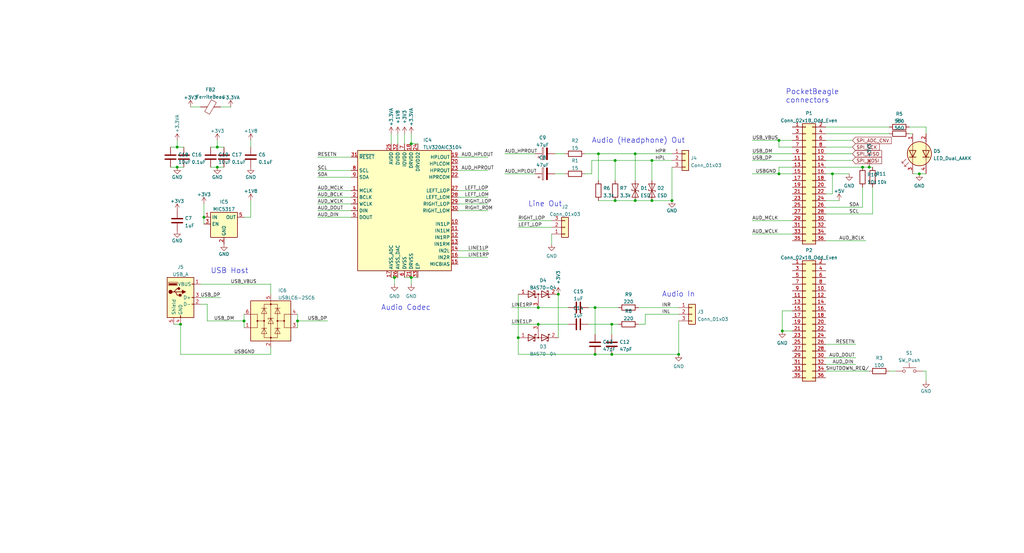
<source format=kicad_sch>
(kicad_sch (version 20211123) (generator eeschema)
  (paper "User" 389.026 210.007)
  (lib_symbols
    (symbol "Bela:MIC5317"
      (property "Reference" "U" (at 0 0 0))
      (property "Value" "MIC5317" (at 0 0 0))
      (symbol "MIC5317_0_1"
        (rectangle (start -5.08 -1.905) (end 5.08 -11.43) (stroke (width 0.254)) (fill (type background)))
      )
      (symbol "MIC5317_1_1"
        (pin power_in line (at -7.62 -3.81 0) (length 2.54) (name "IN") (number "1"))
        (pin power_in line (at 0 -13.97 90) (length 2.54) (name "GND") (number "2"))
        (pin input line (at -7.62 -6.35 0) (length 2.54) (name "EN") (number "3"))
        (pin power_out line (at 7.62 -3.81 180) (length 2.54) (name "OUT") (number "5"))
      )
    )
    (symbol "Bela:TLV320AIC3104"
      (property "Reference" "U" (at 0 0 0))
      (property "Value" "TLV320AIC3104" (at 0 0 0))
      (symbol "TLV320AIC3104_0_1"
        (rectangle (start -17.78 -13.97) (end 17.78 -59.69) (stroke (width 0.254)) (fill (type background)))
      )
      (symbol "TLV320AIC3104_1_1"
        (pin input line (at -20.32 -29.21 0) (length 2.54) (name "MCLK") (number "1"))
        (pin input line (at 20.32 -41.91 180) (length 2.54) (name "IN1LP") (number "10"))
        (pin input line (at 20.32 -44.45 180) (length 2.54) (name "IN1LM") (number "11"))
        (pin input line (at 20.32 -46.99 180) (length 2.54) (name "IN1RP") (number "12"))
        (pin input line (at 20.32 -49.53 180) (length 2.54) (name "IN1RM") (number "13"))
        (pin input line (at 20.32 -52.07 180) (length 2.54) (name "IN2L") (number "14"))
        (pin power_out line (at 20.32 -57.15 180) (length 2.54) (name "MICBIAS") (number "15"))
        (pin input line (at 20.32 -54.61 180) (length 2.54) (name "IN2R") (number "16"))
        (pin power_in line (at -5.08 -62.23 90) (length 2.54) (name "AVSS_ADC") (number "17"))
        (pin power_in line (at 2.54 -11.43 270) (length 2.54) (name "DRVDD") (number "18"))
        (pin output line (at 20.32 -16.51 180) (length 2.54) (name "HPLOUT") (number "19"))
        (pin bidirectional line (at -20.32 -31.75 0) (length 2.54) (name "BCLK") (number "2"))
        (pin output line (at 20.32 -19.05 180) (length 2.54) (name "HPLCOM") (number "20"))
        (pin power_in line (at 2.54 -62.23 90) (length 2.54) (name "DRVSS") (number "21"))
        (pin output line (at 20.32 -24.13 180) (length 2.54) (name "HPRCOM") (number "22"))
        (pin output line (at 20.32 -21.59 180) (length 2.54) (name "HPROUT") (number "23"))
        (pin power_in line (at 5.08 -11.43 270) (length 2.54) (name "DRVDD2") (number "24"))
        (pin power_in line (at -5.08 -11.43 270) (length 2.54) (name "AVDD") (number "25"))
        (pin power_in line (at -2.54 -62.23 90) (length 2.54) (name "AVSS_DAC") (number "26"))
        (pin output line (at 20.32 -29.21 180) (length 2.54) (name "LEFT_LOP") (number "27"))
        (pin output line (at 20.32 -31.75 180) (length 2.54) (name "LEFT_LOM") (number "28"))
        (pin output line (at 20.32 -34.29 180) (length 2.54) (name "RIGHT_LOP") (number "29"))
        (pin bidirectional line (at -20.32 -34.29 0) (length 2.54) (name "WCLK") (number "3"))
        (pin output line (at 20.32 -36.83 180) (length 2.54) (name "RIGHT_LOM") (number "30"))
        (pin input line (at -20.32 -16.51 0) (length 2.54) (name "~{RESET}") (number "31"))
        (pin power_in line (at -2.54 -11.43 270) (length 2.54) (name "DVDD") (number "32"))
        (pin power_in line (at 5.08 -62.23 90) (length 2.54) (name "EP") (number "33"))
        (pin input line (at -20.32 -36.83 0) (length 2.54) (name "DIN") (number "4"))
        (pin output line (at -20.32 -39.37 0) (length 2.54) (name "DOUT") (number "5"))
        (pin power_in line (at 0 -62.23 90) (length 2.54) (name "DVSS") (number "6"))
        (pin power_in line (at 0 -11.43 270) (length 2.54) (name "IOVDD") (number "7"))
        (pin bidirectional line (at -20.32 -21.59 0) (length 2.54) (name "SCL") (number "8"))
        (pin bidirectional line (at -20.32 -24.13 0) (length 2.54) (name "SDA") (number "9"))
      )
    )
    (symbol "Connector:USB_A" (pin_names (offset 1.016))
      (property "Reference" "J" (at -5.08 11.43 0))
      (property "Value" "USB_A" (at -5.08 8.89 0))
      (symbol "USB_A_0_1"
        (rectangle (start -5.08 -7.62) (end 5.08 7.62) (stroke (width 0.254)) (fill (type background)))
        (circle (center -3.81 2.159) (radius 0.635) (stroke (width 0.254)) (fill (type outline)))
        (rectangle (start -1.524 4.826) (end -4.318 5.334) (fill (type outline)))
        (rectangle (start -1.27 4.572) (end -4.572 5.842))
        (circle (center -0.635 3.429) (radius 0.381) (stroke (width 0.254)) (fill (type outline)))
        (rectangle (start -0.127 -7.62) (end 0.127 -6.858))
        (polyline (pts (xy -3.175 2.159) (xy -2.54 2.159) (xy -1.27 3.429) (xy -0.635 3.429)) (stroke (width 0.254)))
        (polyline (pts (xy -2.54 2.159) (xy -1.905 2.159) (xy -1.27 0.889) (xy 0 0.889)) (stroke (width 0.254)))
        (polyline (pts (xy 0.635 2.794) (xy 0.635 1.524) (xy 1.905 2.159) (xy 0.635 2.794)) (stroke (width 0.254)) (fill (type outline)))
        (rectangle (start 0.254 1.27) (end -0.508 0.508) (stroke (width 0.254)) (fill (type outline)))
        (rectangle (start 5.08 -2.667) (end 4.318 -2.413))
        (rectangle (start 5.08 -0.127) (end 4.318 0.127))
        (rectangle (start 5.08 4.953) (end 4.318 5.207))
      )
      (symbol "USB_A_1_1"
        (polyline (pts (xy -1.905 2.159) (xy 0.635 2.159)) (stroke (width 0.254)))
        (pin power_in line (at 7.62 5.08 180) (length 2.54) (name "VBUS") (number "1"))
        (pin bidirectional line (at 7.62 -2.54 180) (length 2.54) (name "D-") (number "2"))
        (pin bidirectional line (at 7.62 0 180) (length 2.54) (name "D+") (number "3"))
        (pin power_in line (at 0 -10.16 90) (length 2.54) (name "GND") (number "4"))
        (pin passive line (at -2.54 -10.16 90) (length 2.54) (name "Shield") (number "5"))
      )
    )
    (symbol "Connector_Generic:Conn_01x03" (pin_names (offset 1.016) hide)
      (property "Reference" "J" (at 0 5.08 0))
      (property "Value" "Conn_01x03" (at 0 -5.08 0))
      (symbol "Conn_01x03_1_1"
        (rectangle (start -1.27 -2.413) (end 0 -2.667) (stroke (width 0.1524)))
        (rectangle (start -1.27 0.127) (end 0 -0.127) (stroke (width 0.1524)))
        (rectangle (start -1.27 2.667) (end 0 2.413) (stroke (width 0.1524)))
        (rectangle (start -1.27 3.81) (end 1.27 -3.81) (stroke (width 0.254)) (fill (type background)))
        (pin passive line (at -5.08 2.54 0) (length 3.81) (name "Pin_1") (number "1"))
        (pin passive line (at -5.08 0 0) (length 3.81) (name "Pin_2") (number "2"))
        (pin passive line (at -5.08 -2.54 0) (length 3.81) (name "Pin_3") (number "3"))
      )
    )
    (symbol "Connector_Generic:Conn_02x18_Odd_Even" (pin_names (offset 1.016) hide)
      (property "Reference" "J" (at 1.27 22.86 0))
      (property "Value" "Conn_02x18_Odd_Even" (at 1.27 -25.4 0))
      (symbol "Conn_02x18_Odd_Even_1_1"
        (rectangle (start -1.27 -22.733) (end 0 -22.987) (stroke (width 0.1524)))
        (rectangle (start -1.27 -20.193) (end 0 -20.447) (stroke (width 0.1524)))
        (rectangle (start -1.27 -17.653) (end 0 -17.907) (stroke (width 0.1524)))
        (rectangle (start -1.27 -15.113) (end 0 -15.367) (stroke (width 0.1524)))
        (rectangle (start -1.27 -12.573) (end 0 -12.827) (stroke (width 0.1524)))
        (rectangle (start -1.27 -10.033) (end 0 -10.287) (stroke (width 0.1524)))
        (rectangle (start -1.27 -7.493) (end 0 -7.747) (stroke (width 0.1524)))
        (rectangle (start -1.27 -4.953) (end 0 -5.207) (stroke (width 0.1524)))
        (rectangle (start -1.27 -2.413) (end 0 -2.667) (stroke (width 0.1524)))
        (rectangle (start -1.27 0.127) (end 0 -0.127) (stroke (width 0.1524)))
        (rectangle (start -1.27 2.667) (end 0 2.413) (stroke (width 0.1524)))
        (rectangle (start -1.27 5.207) (end 0 4.953) (stroke (width 0.1524)))
        (rectangle (start -1.27 7.747) (end 0 7.493) (stroke (width 0.1524)))
        (rectangle (start -1.27 10.287) (end 0 10.033) (stroke (width 0.1524)))
        (rectangle (start -1.27 12.827) (end 0 12.573) (stroke (width 0.1524)))
        (rectangle (start -1.27 15.367) (end 0 15.113) (stroke (width 0.1524)))
        (rectangle (start -1.27 17.907) (end 0 17.653) (stroke (width 0.1524)))
        (rectangle (start -1.27 20.447) (end 0 20.193) (stroke (width 0.1524)))
        (rectangle (start -1.27 21.59) (end 3.81 -24.13) (stroke (width 0.254)) (fill (type background)))
        (rectangle (start 3.81 -22.733) (end 2.54 -22.987) (stroke (width 0.1524)))
        (rectangle (start 3.81 -20.193) (end 2.54 -20.447) (stroke (width 0.1524)))
        (rectangle (start 3.81 -17.653) (end 2.54 -17.907) (stroke (width 0.1524)))
        (rectangle (start 3.81 -15.113) (end 2.54 -15.367) (stroke (width 0.1524)))
        (rectangle (start 3.81 -12.573) (end 2.54 -12.827) (stroke (width 0.1524)))
        (rectangle (start 3.81 -10.033) (end 2.54 -10.287) (stroke (width 0.1524)))
        (rectangle (start 3.81 -7.493) (end 2.54 -7.747) (stroke (width 0.1524)))
        (rectangle (start 3.81 -4.953) (end 2.54 -5.207) (stroke (width 0.1524)))
        (rectangle (start 3.81 -2.413) (end 2.54 -2.667) (stroke (width 0.1524)))
        (rectangle (start 3.81 0.127) (end 2.54 -0.127) (stroke (width 0.1524)))
        (rectangle (start 3.81 2.667) (end 2.54 2.413) (stroke (width 0.1524)))
        (rectangle (start 3.81 5.207) (end 2.54 4.953) (stroke (width 0.1524)))
        (rectangle (start 3.81 7.747) (end 2.54 7.493) (stroke (width 0.1524)))
        (rectangle (start 3.81 10.287) (end 2.54 10.033) (stroke (width 0.1524)))
        (rectangle (start 3.81 12.827) (end 2.54 12.573) (stroke (width 0.1524)))
        (rectangle (start 3.81 15.367) (end 2.54 15.113) (stroke (width 0.1524)))
        (rectangle (start 3.81 17.907) (end 2.54 17.653) (stroke (width 0.1524)))
        (rectangle (start 3.81 20.447) (end 2.54 20.193) (stroke (width 0.1524)))
        (pin passive line (at -5.08 20.32 0) (length 3.81) (name "Pin_1") (number "1"))
        (pin passive line (at 7.62 10.16 180) (length 3.81) (name "Pin_10") (number "10"))
        (pin passive line (at -5.08 7.62 0) (length 3.81) (name "Pin_11") (number "11"))
        (pin passive line (at 7.62 7.62 180) (length 3.81) (name "Pin_12") (number "12"))
        (pin passive line (at -5.08 5.08 0) (length 3.81) (name "Pin_13") (number "13"))
        (pin passive line (at 7.62 5.08 180) (length 3.81) (name "Pin_14") (number "14"))
        (pin passive line (at -5.08 2.54 0) (length 3.81) (name "Pin_15") (number "15"))
        (pin passive line (at 7.62 2.54 180) (length 3.81) (name "Pin_16") (number "16"))
        (pin passive line (at -5.08 0 0) (length 3.81) (name "Pin_17") (number "17"))
        (pin passive line (at 7.62 0 180) (length 3.81) (name "Pin_18") (number "18"))
        (pin passive line (at -5.08 -2.54 0) (length 3.81) (name "Pin_19") (number "19"))
        (pin passive line (at 7.62 20.32 180) (length 3.81) (name "Pin_2") (number "2"))
        (pin passive line (at 7.62 -2.54 180) (length 3.81) (name "Pin_20") (number "20"))
        (pin passive line (at -5.08 -5.08 0) (length 3.81) (name "Pin_21") (number "21"))
        (pin passive line (at 7.62 -5.08 180) (length 3.81) (name "Pin_22") (number "22"))
        (pin passive line (at -5.08 -7.62 0) (length 3.81) (name "Pin_23") (number "23"))
        (pin passive line (at 7.62 -7.62 180) (length 3.81) (name "Pin_24") (number "24"))
        (pin passive line (at -5.08 -10.16 0) (length 3.81) (name "Pin_25") (number "25"))
        (pin passive line (at 7.62 -10.16 180) (length 3.81) (name "Pin_26") (number "26"))
        (pin passive line (at -5.08 -12.7 0) (length 3.81) (name "Pin_27") (number "27"))
        (pin passive line (at 7.62 -12.7 180) (length 3.81) (name "Pin_28") (number "28"))
        (pin passive line (at -5.08 -15.24 0) (length 3.81) (name "Pin_29") (number "29"))
        (pin passive line (at -5.08 17.78 0) (length 3.81) (name "Pin_3") (number "3"))
        (pin passive line (at 7.62 -15.24 180) (length 3.81) (name "Pin_30") (number "30"))
        (pin passive line (at -5.08 -17.78 0) (length 3.81) (name "Pin_31") (number "31"))
        (pin passive line (at 7.62 -17.78 180) (length 3.81) (name "Pin_32") (number "32"))
        (pin passive line (at -5.08 -20.32 0) (length 3.81) (name "Pin_33") (number "33"))
        (pin passive line (at 7.62 -20.32 180) (length 3.81) (name "Pin_34") (number "34"))
        (pin passive line (at -5.08 -22.86 0) (length 3.81) (name "Pin_35") (number "35"))
        (pin passive line (at 7.62 -22.86 180) (length 3.81) (name "Pin_36") (number "36"))
        (pin passive line (at 7.62 17.78 180) (length 3.81) (name "Pin_4") (number "4"))
        (pin passive line (at -5.08 15.24 0) (length 3.81) (name "Pin_5") (number "5"))
        (pin passive line (at 7.62 15.24 180) (length 3.81) (name "Pin_6") (number "6"))
        (pin passive line (at -5.08 12.7 0) (length 3.81) (name "Pin_7") (number "7"))
        (pin passive line (at 7.62 12.7 180) (length 3.81) (name "Pin_8") (number "8"))
        (pin passive line (at -5.08 10.16 0) (length 3.81) (name "Pin_9") (number "9"))
      )
    )
    (symbol "Device:C" (pin_numbers hide) (pin_names (offset 0.254))
      (property "Reference" "C" (at 0.635 2.54 0))
      (property "Value" "C" (at 0.635 -2.54 0))
      (symbol "C_0_1"
        (polyline (pts (xy -2.032 -0.762) (xy 2.032 -0.762)) (stroke (width 0.508)))
        (polyline (pts (xy -2.032 0.762) (xy 2.032 0.762)) (stroke (width 0.508)))
      )
      (symbol "C_1_1"
        (pin passive line (at 0 3.81 270) (length 2.794) (name "~") (number "1"))
        (pin passive line (at 0 -3.81 90) (length 2.794) (name "~") (number "2"))
      )
    )
    (symbol "Device:C_Polarized" (pin_numbers hide) (pin_names (offset 0.254))
      (property "Reference" "C" (at 0.635 2.54 0))
      (property "Value" "C_Polarized" (at 0.635 -2.54 0))
      (symbol "C_Polarized_0_1"
        (rectangle (start -2.286 0.508) (end 2.286 1.016))
        (polyline (pts (xy -1.778 2.286) (xy -0.762 2.286)))
        (polyline (pts (xy -1.27 2.794) (xy -1.27 1.778)))
        (rectangle (start 2.286 -0.508) (end -2.286 -1.016) (fill (type outline)))
      )
      (symbol "C_Polarized_1_1"
        (pin passive line (at 0 3.81 270) (length 2.794) (name "~") (number "1"))
        (pin passive line (at 0 -3.81 90) (length 2.794) (name "~") (number "2"))
      )
    )
    (symbol "Device:D_Schottky_Dual_Series_AKC" (pin_names (offset 0.762) hide)
      (property "Reference" "D" (at 1.27 -2.54 0))
      (property "Value" "D_Schottky_Dual_Series_AKC" (at 0 2.54 0))
      (symbol "D_Schottky_Dual_Series_AKC_0_1"
        (polyline (pts (xy -3.81 0) (xy 3.81 0)))
        (polyline (pts (xy 0 0) (xy 0 -2.54)))
        (polyline (pts (xy 6.35 0) (xy 7.62 0)))
        (polyline (pts (xy -1.27 -1.27) (xy -1.27 1.27) (xy -1.27 1.27)) (stroke (width 0.254)))
        (polyline (pts (xy 3.81 1.27) (xy 3.81 -1.27) (xy 3.81 -1.27)) (stroke (width 0.254)))
        (polyline (pts (xy -1.27 -1.27) (xy -0.762 -1.27) (xy -0.762 -1.016) (xy -0.762 -1.016)) (stroke (width 0.254)))
        (polyline (pts (xy 3.81 -1.27) (xy 4.318 -1.27) (xy 4.318 -1.016) (xy 4.318 -1.016)) (stroke (width 0.254)))
        (polyline (pts (xy 3.81 1.27) (xy 3.302 1.27) (xy 3.302 1.016) (xy 3.302 1.016)) (stroke (width 0.254)))
        (polyline (pts (xy -1.778 1.016) (xy -1.778 1.27) (xy -1.27 1.27) (xy -1.27 1.27) (xy -1.27 1.27)) (stroke (width 0.254)))
        (polyline (pts (xy -3.81 1.27) (xy -1.27 0) (xy -3.81 -1.27) (xy -3.81 1.27) (xy -3.81 1.27) (xy -3.81 1.27)) (stroke (width 0.254)))
        (polyline (pts (xy 1.27 1.27) (xy 3.81 0) (xy 1.27 -1.27) (xy 1.27 1.27) (xy 1.27 1.27) (xy 1.27 1.27)) (stroke (width 0.254)))
        (circle (center 0 0) (radius 0.254) (fill (type outline)))
        (pin passive line (at -7.62 0 0) (length 3.81) (name "A") (number "1"))
        (pin passive line (at 7.62 0 180) (length 3.81) (name "K") (number "2"))
        (pin passive line (at 0 -5.08 90) (length 2.54) (name "common") (number "3"))
      )
    )
    (symbol "Device:FerriteBead" (pin_numbers hide) (pin_names (offset 0))
      (property "Reference" "FB" (at -3.81 0.635 90))
      (property "Value" "FerriteBead" (at 3.81 0 90))
      (symbol "FerriteBead_0_1"
        (polyline (pts (xy 0 -1.27) (xy 0 -1.2192)))
        (polyline (pts (xy 0 1.27) (xy 0 1.2954)))
        (polyline (pts (xy -2.7686 0.4064) (xy -1.7018 2.2606) (xy 2.7686 -0.3048) (xy 1.6764 -2.159) (xy -2.7686 0.4064)))
      )
      (symbol "FerriteBead_1_1"
        (pin passive line (at 0 3.81 270) (length 2.54) (name "~") (number "1"))
        (pin passive line (at 0 -3.81 90) (length 2.54) (name "~") (number "2"))
      )
    )
    (symbol "Device:LED_Dual_AAKK" (pin_names (offset 0) hide)
      (property "Reference" "D" (at 0 5.715 0))
      (property "Value" "LED_Dual_AAKK" (at 0 -6.35 0))
      (symbol "LED_Dual_AAKK_0_1"
        (polyline (pts (xy -5.08 -2.54) (xy 2.032 -2.54)))
        (polyline (pts (xy -5.08 2.54) (xy 2.032 2.54)))
        (polyline (pts (xy 1.27 -1.27) (xy 1.27 -3.81)) (stroke (width 0.254)))
        (polyline (pts (xy 1.27 3.81) (xy 1.27 1.27)) (stroke (width 0.254)))
        (polyline (pts (xy 3.81 -2.54) (xy 1.905 -2.54)))
        (polyline (pts (xy 3.81 2.54) (xy 1.905 2.54)))
        (polyline (pts (xy -1.27 -1.27) (xy -1.27 -3.81) (xy 1.27 -2.54) (xy -1.27 -1.27)) (stroke (width 0.254)))
        (polyline (pts (xy -1.27 3.81) (xy -1.27 1.27) (xy 1.27 2.54) (xy -1.27 3.81)) (stroke (width 0.254)))
        (polyline (pts (xy 2.032 5.08) (xy 3.556 6.604) (xy 2.794 6.604) (xy 3.556 6.604) (xy 3.556 5.842)))
        (polyline (pts (xy 3.302 4.064) (xy 4.826 5.588) (xy 4.064 5.588) (xy 4.826 5.588) (xy 4.826 4.826)))
        (circle (center 0 0) (radius 4.572) (stroke (width 0.254)) (fill (type background)))
      )
      (symbol "LED_Dual_AAKK_1_1"
        (pin input line (at -7.62 2.54 0) (length 3.048) (name "A1") (number "1"))
        (pin input line (at -7.62 -2.54 0) (length 3.048) (name "A2") (number "2"))
        (pin input line (at 7.62 2.54 180) (length 3.81) (name "K1") (number "3"))
        (pin input line (at 7.62 -2.54 180) (length 3.81) (name "K2") (number "4"))
      )
    )
    (symbol "Device:R" (pin_numbers hide) (pin_names (offset 0))
      (property "Reference" "R" (at 2.032 0 90))
      (property "Value" "R" (at 0 0 90))
      (symbol "R_0_1"
        (rectangle (start -1.016 -2.54) (end 1.016 2.54) (stroke (width 0.254)))
      )
      (symbol "R_1_1"
        (pin passive line (at 0 3.81 270) (length 1.27) (name "~") (number "1"))
        (pin passive line (at 0 -3.81 90) (length 1.27) (name "~") (number "2"))
      )
    )
    (symbol "Diode:ESD9B5.0ST5G" (pin_numbers hide) (pin_names (offset 1.016) hide)
      (property "Reference" "D" (at 0 2.54 0))
      (property "Value" "ESD9B5.0ST5G" (at 0 -2.54 0))
      (symbol "ESD9B5.0ST5G_0_1"
        (polyline (pts (xy 1.27 0) (xy -1.27 0)))
        (polyline (pts (xy -2.54 -1.27) (xy 0 0) (xy -2.54 1.27) (xy -2.54 -1.27)) (stroke (width 0.2032)))
        (polyline (pts (xy 0.508 1.27) (xy 0 1.27) (xy 0 -1.27) (xy -0.508 -1.27)) (stroke (width 0.2032)))
        (polyline (pts (xy 2.54 1.27) (xy 2.54 -1.27) (xy 0 0) (xy 2.54 1.27)) (stroke (width 0.2032)))
      )
      (symbol "ESD9B5.0ST5G_1_1"
        (pin passive line (at -3.81 0 0) (length 2.54) (name "A1") (number "1"))
        (pin passive line (at 3.81 0 180) (length 2.54) (name "A2") (number "2"))
      )
    )
    (symbol "Power_Protection:USBLC6-2SC6" (pin_names hide)
      (property "Reference" "U" (at 2.54 8.89 0))
      (property "Value" "USBLC6-2SC6" (at 2.54 -8.89 0))
      (symbol "USBLC6-2SC6_0_1"
        (rectangle (start -7.62 -7.62) (end 7.62 7.62) (stroke (width 0.254)) (fill (type background)))
        (circle (center -5.08 0) (radius 0.254) (fill (type outline)))
        (circle (center -2.54 0) (radius 0.254) (fill (type outline)))
        (rectangle (start -2.54 6.35) (end 2.54 -6.35))
        (circle (center 0 -6.35) (radius 0.254) (fill (type outline)))
        (polyline (pts (xy -5.08 -2.54) (xy -7.62 -2.54)))
        (polyline (pts (xy -5.08 0) (xy -5.08 -2.54)))
        (polyline (pts (xy -5.08 2.54) (xy -7.62 2.54)))
        (polyline (pts (xy -1.524 -2.794) (xy -3.556 -2.794)))
        (polyline (pts (xy -1.524 4.826) (xy -3.556 4.826)))
        (polyline (pts (xy 0 -7.62) (xy 0 -6.35)))
        (polyline (pts (xy 0 -6.35) (xy 0 1.27)))
        (polyline (pts (xy 0 1.27) (xy 0 6.35)))
        (polyline (pts (xy 0 6.35) (xy 0 7.62)))
        (polyline (pts (xy 1.524 -2.794) (xy 3.556 -2.794)))
        (polyline (pts (xy 1.524 4.826) (xy 3.556 4.826)))
        (polyline (pts (xy 5.08 -2.54) (xy 7.62 -2.54)))
        (polyline (pts (xy 5.08 0) (xy 5.08 -2.54)))
        (polyline (pts (xy 5.08 2.54) (xy 7.62 2.54)))
        (polyline (pts (xy -2.54 0) (xy -5.08 0) (xy -5.08 2.54)))
        (polyline (pts (xy 2.54 0) (xy 5.08 0) (xy 5.08 2.54)))
        (polyline (pts (xy -3.556 -4.826) (xy -1.524 -4.826) (xy -2.54 -2.794) (xy -3.556 -4.826)))
        (polyline (pts (xy -3.556 2.794) (xy -1.524 2.794) (xy -2.54 4.826) (xy -3.556 2.794)))
        (polyline (pts (xy -1.016 -1.016) (xy 1.016 -1.016) (xy 0 1.016) (xy -1.016 -1.016)))
        (polyline (pts (xy 1.016 1.016) (xy 0.762 1.016) (xy -1.016 1.016) (xy -1.016 0.508)))
        (polyline (pts (xy 3.556 -4.826) (xy 1.524 -4.826) (xy 2.54 -2.794) (xy 3.556 -4.826)))
        (polyline (pts (xy 3.556 2.794) (xy 1.524 2.794) (xy 2.54 4.826) (xy 3.556 2.794)))
        (circle (center 0 6.35) (radius 0.254) (fill (type outline)))
        (circle (center 2.54 0) (radius 0.254) (fill (type outline)))
        (circle (center 5.08 0) (radius 0.254) (fill (type outline)))
      )
      (symbol "USBLC6-2SC6_1_1"
        (pin passive line (at -10.16 -2.54 0) (length 2.54) (name "I/O1") (number "1"))
        (pin passive line (at 0 -10.16 90) (length 2.54) (name "GND") (number "2"))
        (pin passive line (at 10.16 -2.54 180) (length 2.54) (name "I/O2") (number "3"))
        (pin passive line (at 10.16 2.54 180) (length 2.54) (name "I/O2") (number "4"))
        (pin passive line (at 0 10.16 270) (length 2.54) (name "VBUS") (number "5"))
        (pin passive line (at -10.16 2.54 0) (length 2.54) (name "I/O1") (number "6"))
      )
    )
    (symbol "Switch:SW_Push" (pin_numbers hide) (pin_names (offset 1.016) hide)
      (property "Reference" "SW" (at 1.27 2.54 0))
      (property "Value" "SW_Push" (at 0 -1.524 0))
      (symbol "SW_Push_0_1"
        (circle (center -2.032 0) (radius 0.508))
        (polyline (pts (xy 0 1.27) (xy 0 3.048)))
        (polyline (pts (xy 2.54 1.27) (xy -2.54 1.27)))
        (circle (center 2.032 0) (radius 0.508))
        (pin passive line (at -5.08 0 0) (length 2.54) (name "1") (number "1"))
        (pin passive line (at 5.08 0 180) (length 2.54) (name "2") (number "2"))
      )
    )
    (symbol "power:+1V8" (power) (pin_names (offset 0))
      (property "Value" "+1V8" (at 0 3.556 0))
      (symbol "+1V8_0_1"
        (polyline (pts (xy -0.762 1.27) (xy 0 2.54)))
        (polyline (pts (xy 0 0) (xy 0 2.54)))
        (polyline (pts (xy 0 2.54) (xy 0.762 1.27)))
      )
      (symbol "+1V8_1_1"
        (pin power_in line (at 0 0 90) (length 0) hide (name "+1V8") (number "1"))
      )
    )
    (symbol "power:+3.3VA" (power) (pin_names (offset 0))
      (property "Value" "+3.3VA" (at 0 3.556 0))
      (symbol "+3.3VA_0_1"
        (polyline (pts (xy -0.762 1.27) (xy 0 2.54)))
        (polyline (pts (xy 0 0) (xy 0 2.54)))
        (polyline (pts (xy 0 2.54) (xy 0.762 1.27)))
      )
      (symbol "+3.3VA_1_1"
        (pin power_in line (at 0 0 90) (length 0) hide (name "+3.3VA") (number "1"))
      )
    )
    (symbol "power:+3V3" (power) (pin_names (offset 0))
      (property "Value" "+3V3" (at 0 3.556 0))
      (symbol "+3V3_0_1"
        (polyline (pts (xy -0.762 1.27) (xy 0 2.54)))
        (polyline (pts (xy 0 0) (xy 0 2.54)))
        (polyline (pts (xy 0 2.54) (xy 0.762 1.27)))
      )
      (symbol "+3V3_1_1"
        (pin power_in line (at 0 0 90) (length 0) hide (name "+3V3") (number "1"))
      )
    )
    (symbol "power:+5V" (power) (pin_names (offset 0))
      (property "Value" "+5V" (at 0 3.556 0))
      (symbol "+5V_0_1"
        (polyline (pts (xy -0.762 1.27) (xy 0 2.54)))
        (polyline (pts (xy 0 0) (xy 0 2.54)))
        (polyline (pts (xy 0 2.54) (xy 0.762 1.27)))
      )
      (symbol "+5V_1_1"
        (pin power_in line (at 0 0 90) (length 0) hide (name "+5V") (number "1"))
      )
    )
    (symbol "power:GND" (power) (pin_names (offset 0))
      (property "Value" "GND" (at 0 -3.81 0))
      (symbol "GND_0_1"
        (polyline (pts (xy 0 0) (xy 0 -1.27) (xy 1.27 -1.27) (xy 0 -2.54) (xy -1.27 -1.27) (xy 0 -1.27)))
      )
      (symbol "GND_1_1"
        (pin power_in line (at 0 0 270) (length 0) hide (name "GND") (number "1"))
      )
    )
  )
  (junction (at 247.65 60.96))
  (junction (at 232.41 123.19))
  (junction (at 156.21 54.61))
  (junction (at 82.55 55.88))
  (junction (at 316.23 66.04))
  (junction (at 327.66 63.5))
  (junction (at 226.06 134.62))
  (junction (at 295.91 66.04))
  (junction (at 330.2 63.5))
  (junction (at 92.71 121.92))
  (junction (at 68.58 123.19))
  (junction (at 204.47 116.84))
  (junction (at 204.47 123.19))
  (junction (at 349.25 66.04))
  (junction (at 212.09 111.76))
  (junction (at 113.03 121.92))
  (junction (at 241.3 76.2))
  (junction (at 196.85 128.27))
  (junction (at 226.06 116.84))
  (junction (at 156.21 105.41))
  (junction (at 77.47 82.55))
  (junction (at 241.3 58.42))
  (junction (at 233.68 60.96))
  (junction (at 227.33 58.42))
  (junction (at 295.91 53.34))
  (junction (at 82.55 63.5))
  (junction (at 255.27 76.2))
  (junction (at 149.86 105.41))
  (junction (at 67.31 63.5))
  (junction (at 297.18 125.73))
  (junction (at 257.81 134.62))
  (junction (at 233.68 76.2))
  (junction (at 247.65 76.2))
  (junction (at 232.41 134.62))
  (junction (at 67.31 55.88))
  (wire (pts (xy 194.31 116.84) (xy 204.47 116.84)))
  (wire (pts (xy 316.23 66.04) (xy 322.58 66.04)))
  (wire (pts (xy 245.11 123.19) (xy 245.11 119.38)))
  (wire (pts (xy 82.55 53.34) (xy 82.55 55.88)))
  (wire (pts (xy 316.23 73.66) (xy 316.23 66.04)))
  (wire (pts (xy 76.2 107.95) (xy 102.87 107.95)))
  (wire (pts (xy 196.85 128.27) (xy 196.85 134.62)))
  (wire (pts (xy 209.55 88.9) (xy 209.55 92.71)))
  (wire (pts (xy 227.33 58.42) (xy 241.3 58.42)))
  (wire (pts (xy 327.66 63.5) (xy 330.2 63.5)))
  (wire (pts (xy 313.69 130.81) (xy 325.12 130.81)))
  (wire (pts (xy 156.21 105.41) (xy 156.21 107.95)))
  (wire (pts (xy 233.68 60.96) (xy 233.68 68.58)))
  (wire (pts (xy 345.44 50.8) (xy 346.71 50.8)))
  (wire (pts (xy 247.65 60.96) (xy 255.27 60.96)))
  (wire (pts (xy 77.47 82.55) (xy 77.47 85.09)))
  (wire (pts (xy 233.68 60.96) (xy 247.65 60.96)))
  (wire (pts (xy 194.31 123.19) (xy 204.47 123.19)))
  (wire (pts (xy 210.82 58.42) (xy 214.63 58.42)))
  (wire (pts (xy 120.65 74.93) (xy 133.35 74.93)))
  (wire (pts (xy 120.65 77.47) (xy 133.35 77.47)))
  (wire (pts (xy 295.91 55.88) (xy 295.91 53.34)))
  (wire (pts (xy 153.67 50.8) (xy 153.67 54.61)))
  (wire (pts (xy 72.39 40.64) (xy 76.2 40.64)))
  (wire (pts (xy 148.59 50.8) (xy 148.59 54.61)))
  (wire (pts (xy 295.91 55.88) (xy 300.99 55.88)))
  (wire (pts (xy 102.87 132.08) (xy 102.87 134.62)))
  (wire (pts (xy 222.25 66.04) (xy 224.79 66.04)))
  (wire (pts (xy 82.55 55.88) (xy 85.09 55.88)))
  (wire (pts (xy 313.69 50.8) (xy 337.82 50.8)))
  (wire (pts (xy 285.75 60.96) (xy 300.99 60.96)))
  (wire (pts (xy 245.11 119.38) (xy 257.81 119.38)))
  (wire (pts (xy 77.47 77.47) (xy 77.47 82.55)))
  (wire (pts (xy 191.77 58.42) (xy 203.2 58.42)))
  (wire (pts (xy 337.82 140.97) (xy 340.36 140.97)))
  (wire (pts (xy 300.99 118.11) (xy 297.18 118.11)))
  (wire (pts (xy 226.06 116.84) (xy 226.06 127)))
  (wire (pts (xy 297.18 118.11) (xy 297.18 125.73)))
  (wire (pts (xy 226.06 116.84) (xy 234.95 116.84)))
  (wire (pts (xy 346.71 66.04) (xy 349.25 66.04)))
  (wire (pts (xy 78.74 121.92) (xy 92.71 121.92)))
  (wire (pts (xy 295.91 53.34) (xy 300.99 53.34)))
  (wire (pts (xy 76.2 113.03) (xy 83.82 113.03)))
  (wire (pts (xy 295.91 63.5) (xy 295.91 66.04)))
  (wire (pts (xy 92.71 121.92) (xy 92.71 124.46)))
  (wire (pts (xy 285.75 83.82) (xy 300.99 83.82)))
  (wire (pts (xy 212.09 111.76) (xy 212.09 128.27)))
  (wire (pts (xy 241.3 58.42) (xy 255.27 58.42)))
  (wire (pts (xy 313.69 138.43) (xy 325.12 138.43)))
  (wire (pts (xy 82.55 63.5) (xy 85.09 63.5)))
  (wire (pts (xy 313.69 60.96) (xy 323.85 60.96)))
  (wire (pts (xy 313.69 76.2) (xy 318.77 76.2)))
  (wire (pts (xy 149.86 105.41) (xy 151.13 105.41)))
  (wire (pts (xy 92.71 119.38) (xy 92.71 121.92)))
  (wire (pts (xy 67.31 55.88) (xy 69.85 55.88)))
  (wire (pts (xy 227.33 58.42) (xy 227.33 68.58)))
  (wire (pts (xy 173.99 80.01) (xy 185.42 80.01)))
  (wire (pts (xy 66.04 123.19) (xy 68.58 123.19)))
  (wire (pts (xy 113.03 121.92) (xy 113.03 124.46)))
  (wire (pts (xy 313.69 53.34) (xy 323.85 53.34)))
  (wire (pts (xy 210.82 66.04) (xy 214.63 66.04)))
  (wire (pts (xy 204.47 123.19) (xy 215.9 123.19)))
  (wire (pts (xy 120.65 80.01) (xy 133.35 80.01)))
  (wire (pts (xy 351.79 48.26) (xy 351.79 50.8)))
  (wire (pts (xy 313.69 91.44) (xy 328.93 91.44)))
  (wire (pts (xy 350.52 140.97) (xy 351.79 140.97)))
  (wire (pts (xy 173.99 77.47) (xy 185.42 77.47)))
  (wire (pts (xy 295.91 66.04) (xy 300.99 66.04)))
  (wire (pts (xy 173.99 64.77) (xy 185.42 64.77)))
  (wire (pts (xy 241.3 76.2) (xy 247.65 76.2)))
  (wire (pts (xy 331.47 81.28) (xy 331.47 71.12)))
  (wire (pts (xy 196.85 134.62) (xy 226.06 134.62)))
  (wire (pts (xy 120.65 72.39) (xy 133.35 72.39)))
  (wire (pts (xy 313.69 63.5) (xy 327.66 63.5)))
  (wire (pts (xy 196.85 86.36) (xy 209.55 86.36)))
  (wire (pts (xy 95.25 53.34) (xy 95.25 55.88)))
  (wire (pts (xy 156.21 105.41) (xy 158.75 105.41)))
  (wire (pts (xy 151.13 50.8) (xy 151.13 54.61)))
  (wire (pts (xy 64.77 63.5) (xy 67.31 63.5)))
  (wire (pts (xy 255.27 63.5) (xy 255.27 76.2)))
  (wire (pts (xy 242.57 123.19) (xy 245.11 123.19)))
  (wire (pts (xy 120.65 64.77) (xy 133.35 64.77)))
  (wire (pts (xy 67.31 53.34) (xy 67.31 55.88)))
  (wire (pts (xy 327.66 78.74) (xy 327.66 71.12)))
  (wire (pts (xy 247.65 60.96) (xy 247.65 68.58)))
  (wire (pts (xy 313.69 81.28) (xy 331.47 81.28)))
  (wire (pts (xy 173.99 97.79) (xy 185.42 97.79)))
  (wire (pts (xy 156.21 50.8) (xy 156.21 54.61)))
  (wire (pts (xy 102.87 111.76) (xy 102.87 107.95)))
  (wire (pts (xy 83.82 40.64) (xy 87.63 40.64)))
  (wire (pts (xy 78.74 115.57) (xy 78.74 121.92)))
  (wire (pts (xy 330.2 63.5) (xy 331.47 63.5)))
  (wire (pts (xy 156.21 54.61) (xy 158.75 54.61)))
  (wire (pts (xy 313.69 58.42) (xy 323.85 58.42)))
  (wire (pts (xy 173.99 74.93) (xy 185.42 74.93)))
  (wire (pts (xy 113.03 119.38) (xy 113.03 121.92)))
  (wire (pts (xy 242.57 116.84) (xy 257.81 116.84)))
  (wire (pts (xy 224.79 66.04) (xy 224.79 60.96)))
  (wire (pts (xy 285.75 53.34) (xy 295.91 53.34)))
  (wire (pts (xy 285.75 58.42) (xy 300.99 58.42)))
  (wire (pts (xy 204.47 116.84) (xy 215.9 116.84)))
  (wire (pts (xy 313.69 55.88) (xy 323.85 55.88)))
  (wire (pts (xy 92.71 82.55) (xy 95.25 82.55)))
  (wire (pts (xy 148.59 105.41) (xy 149.86 105.41)))
  (wire (pts (xy 351.79 140.97) (xy 351.79 144.78)))
  (wire (pts (xy 67.31 63.5) (xy 69.85 63.5)))
  (wire (pts (xy 64.77 55.88) (xy 67.31 55.88)))
  (wire (pts (xy 173.99 72.39) (xy 185.42 72.39)))
  (wire (pts (xy 241.3 58.42) (xy 241.3 68.58)))
  (wire (pts (xy 68.58 123.19) (xy 68.58 134.62)))
  (wire (pts (xy 120.65 59.69) (xy 133.35 59.69)))
  (wire (pts (xy 226.06 134.62) (xy 232.41 134.62)))
  (wire (pts (xy 173.99 95.25) (xy 185.42 95.25)))
  (wire (pts (xy 80.01 63.5) (xy 82.55 63.5)))
  (wire (pts (xy 285.75 88.9) (xy 300.99 88.9)))
  (wire (pts (xy 95.25 82.55) (xy 95.25 76.2)))
  (wire (pts (xy 345.44 48.26) (xy 351.79 48.26)))
  (wire (pts (xy 223.52 123.19) (xy 232.41 123.19)))
  (wire (pts (xy 68.58 134.62) (xy 102.87 134.62)))
  (wire (pts (xy 233.68 76.2) (xy 241.3 76.2)))
  (wire (pts (xy 149.86 105.41) (xy 149.86 107.95)))
  (wire (pts (xy 300.99 63.5) (xy 295.91 63.5)))
  (wire (pts (xy 224.79 60.96) (xy 233.68 60.96)))
  (wire (pts (xy 120.65 82.55) (xy 133.35 82.55)))
  (wire (pts (xy 297.18 125.73) (xy 300.99 125.73)))
  (wire (pts (xy 313.69 78.74) (xy 327.66 78.74)))
  (wire (pts (xy 232.41 123.19) (xy 232.41 127)))
  (wire (pts (xy 232.41 123.19) (xy 234.95 123.19)))
  (wire (pts (xy 313.69 73.66) (xy 316.23 73.66)))
  (wire (pts (xy 196.85 111.76) (xy 196.85 128.27)))
  (wire (pts (xy 257.81 134.62) (xy 257.81 121.92)))
  (wire (pts (xy 313.69 135.89) (xy 325.12 135.89)))
  (wire (pts (xy 227.33 76.2) (xy 233.68 76.2)))
  (wire (pts (xy 153.67 105.41) (xy 156.21 105.41)))
  (wire (pts (xy 313.69 48.26) (xy 337.82 48.26)))
  (wire (pts (xy 349.25 66.04) (xy 351.79 66.04)))
  (wire (pts (xy 191.77 66.04) (xy 203.2 66.04)))
  (wire (pts (xy 313.69 140.97) (xy 330.2 140.97)))
  (wire (pts (xy 223.52 116.84) (xy 226.06 116.84)))
  (wire (pts (xy 222.25 58.42) (xy 227.33 58.42)))
  (wire (pts (xy 285.75 66.04) (xy 295.91 66.04)))
  (wire (pts (xy 80.01 55.88) (xy 82.55 55.88)))
  (wire (pts (xy 247.65 76.2) (xy 255.27 76.2)))
  (wire (pts (xy 120.65 67.31) (xy 133.35 67.31)))
  (wire (pts (xy 232.41 134.62) (xy 257.81 134.62)))
  (wire (pts (xy 173.99 59.69) (xy 185.42 59.69)))
  (wire (pts (xy 313.69 66.04) (xy 316.23 66.04)))
  (wire (pts (xy 196.85 83.82) (xy 209.55 83.82)))
  (wire (pts (xy 113.03 121.92) (xy 124.46 121.92)))
  (wire (pts (xy 76.2 115.57) (xy 78.74 115.57)))
  (text "USB Host" (at 80.01 104.14 0) (effects (font (size 2 2)) (justify left bottom)))
  (text "PocketBeagle\nconnectors" (at 298.45 39.37 0) (effects (font (size 2 2)) (justify left bottom)))
  (text "Audio (Headphone) Out" (at 224.79 54.61 0) (effects (font (size 2 2)) (justify left bottom)))
  (text "Audio Codec" (at 144.78 118.11 0) (effects (font (size 2 2)) (justify left bottom)))
  (text "Line Out" (at 200.66 78.74 0) (effects (font (size 2 2)) (justify left bottom)))
  (text "Audio In" (at 251.46 113.03 0) (effects (font (size 2 2)) (justify left bottom)))
  (label "SDA" (at 322.58 78.74 0))
  (label "RIGHT_LOP" (at 176.53 77.47 0))
  (label "USBGND" (at 287.02 66.04 0))
  (label "AUD_HPROUT" (at 191.77 58.42 0))
  (label "RESETN" (at 120.65 59.69 0))
  (label "AUD_BCLK" (at 318.77 91.44 0))
  (label "AUD_HPLOUT" (at 191.77 66.04 0))
  (label "LEFT_LOP" (at 196.85 86.36 0))
  (label "HPL" (at 248.92 60.96 0))
  (label "AUD_WCLK" (at 120.65 77.47 0))
  (label "RIGHT_ROM" (at 176.53 80.01 0))
  (label "AUD_WCLK" (at 285.75 88.9 0))
  (label "USB_VBUS" (at 285.75 53.34 0))
  (label "INR" (at 251.46 116.84 0))
  (label "RIGHT_LOP" (at 196.85 83.82 0))
  (label "AUD_DIN" (at 120.65 82.55 0))
  (label "AUD_MCLK" (at 285.75 83.82 0))
  (label "USB_VBUS" (at 87.63 107.95 0))
  (label "USB_DM" (at 81.28 121.92 0))
  (label "LEFT_LOP" (at 176.53 72.39 0))
  (label "LINE1RP" (at 177.8 97.79 0))
  (label "AUD_DOUT" (at 120.65 80.01 0))
  (label "USB_DM" (at 285.75 58.42 0))
  (label "AUD_BCLK" (at 120.65 74.93 0))
  (label "LEFT_LOM" (at 176.53 74.93 0))
  (label "USB_DP" (at 285.75 60.96 0))
  (label "SDA" (at 120.65 67.31 0))
  (label "AUD_DIN" (at 316.23 138.43 0))
  (label "SHUTDOWN_REQ{slash}" (at 313.69 140.97 0))
  (label "HPR" (at 248.92 58.42 0))
  (label "RESETN" (at 317.5 130.81 0))
  (label "LINE1RP" (at 194.31 116.84 0))
  (label "USBGND" (at 88.9 134.62 0))
  (label "USB_DP" (at 116.84 121.92 0))
  (label "SCL" (at 120.65 64.77 0))
  (label "AUD_HPROUT" (at 175.26 64.77 0))
  (label "LINE1LP" (at 177.8 95.25 0))
  (label "INL" (at 251.46 119.38 0))
  (label "LINE1LP" (at 194.31 123.19 0))
  (label "AUD_DOUT" (at 314.96 135.89 0))
  (label "AUD_MCLK" (at 120.65 72.39 0))
  (label "SCL" (at 322.58 81.28 0))
  (label "USB_DP" (at 76.2 113.03 0))
  (label "AUD_HPLOUT" (at 175.26 59.69 0))
  (global_label "SPI_SCK" (shape input) (at 323.85 55.88 0) (property "Intersheet References" "${INTERSHEET_REFS}" (effects hide)))
  (global_label "SPI_ADC_CNV" (shape input) (at 323.85 53.34 0) (property "Intersheet References" "${INTERSHEET_REFS}" (effects hide)))
  (global_label "SPI_MISO" (shape input) (at 323.85 58.42 0) (property "Intersheet References" "${INTERSHEET_REFS}" (effects hide)))
  (global_label "SPI_MOSI" (shape input) (at 323.85 60.96 0) (property "Intersheet References" "${INTERSHEET_REFS}" (effects hide)))
  (symbol (lib_id "power:GND") (at 85.09 92.71 0) (unit 1)
    (property "Reference" "#PWR0123" (effects hide))
    (property "Value" "GND" (at 85.09 96.52 0))
  )
  (symbol (lib_id "Device:C") (at 232.41 130.81 180) (unit 1)
    (property "Reference" "C12" (at 235.331 129.9015 0) (effects (justify right)))
    (property "Value" "47pF" (at 235.331 132.6766 0) (effects (justify right)))
    (property "Footprint" "Capacitor_SMD:C_0603_1608Metric" (effects hide))
  )
  (symbol (lib_id "power:+3.3VA") (at 148.59 50.8 0) (unit 1)
    (property "Reference" "#PWR0127" (effects hide))
    (property "Value" "+3.3VA" (at 148.59 44.45 90))
  )
  (symbol (lib_id "Device:R") (at 327.66 67.31 0) (unit 1)
    (property "Reference" "R10" (at 329.438 66.4015 0) (effects (justify left)))
    (property "Value" "10k" (at 329.438 69.1766 0) (effects (justify left)))
    (property "Footprint" "Resistor_SMD:R_0603_1608Metric" (effects hide))
  )
  (symbol (lib_id "Device:R") (at 331.47 67.31 0) (unit 1)
    (property "Reference" "R11" (at 332.74 66.04 0) (effects (justify left)))
    (property "Value" "10k" (at 333.248 69.1766 0) (effects (justify left)))
    (property "Footprint" "Resistor_SMD:R_0603_1608Metric" (effects hide))
  )
  (symbol (lib_id "Device:R") (at 238.76 123.19 90) (unit 1)
    (property "Reference" "R8" (at 238.76 118.2075 90))
    (property "Value" "220" (at 238.76 120.9826 90))
    (property "Footprint" "Resistor_SMD:R_0603_1608Metric" (effects hide))
  )
  (symbol (lib_id "power:GND") (at 255.27 76.2 0) (unit 1)
    (property "Reference" "#PWR0112" (effects hide))
    (property "Value" "GND" (at 255.27 80.01 0))
  )
  (symbol (lib_id "Device:R") (at 334.01 140.97 270) (unit 1)
    (property "Reference" "R3" (at 334.01 135.9875 90))
    (property "Value" "100" (at 334.01 138.7626 90))
    (property "Footprint" "Resistor_SMD:R_0603_1608Metric" (effects hide))
  )
  (symbol (lib_id "Device:D_Schottky_Dual_Series_AKC") (at 204.47 111.76 0) (unit 1)
    (property "Reference" "D4" (at 206.3115 106.5235 0))
    (property "Value" "BAS70-04" (at 206.3115 109.2986 0))
    (property "Footprint" "Package_TO_SOT_SMD:SOT-23" (effects hide))
  )
  (symbol (lib_id "power:GND") (at 351.79 144.78 0) (unit 1)
    (property "Reference" "#PWR0120" (effects hide))
    (property "Value" "GND" (at 351.79 148.59 0))
  )
  (symbol (lib_id "Device:R") (at 238.76 116.84 90) (unit 1)
    (property "Reference" "R9" (at 238.76 111.8575 90))
    (property "Value" "220" (at 238.76 114.6326 90))
    (property "Footprint" "Resistor_SMD:R_0603_1608Metric" (effects hide))
  )
  (symbol (lib_id "power:GND") (at 95.25 63.5 0) (unit 1)
    (property "Reference" "#PWR0114" (effects hide))
    (property "Value" "GND" (at 95.25 67.31 0))
  )
  (symbol (lib_id "power:+5V") (at 318.77 76.2 0) (unit 1)
    (property "Reference" "#PWR0135" (effects hide))
    (property "Value" "+5V" (at 318.77 72.5955 0))
  )
  (symbol (lib_id "Connector_Generic:Conn_01x03") (at 260.35 60.96 0) (unit 1)
    (property "Reference" "J4" (at 262.382 60.0515 0) (effects (justify left)))
    (property "Value" "Conn_01x03" (at 262.382 62.8266 0) (effects (justify left)))
    (property "Footprint" "Connector_Molex:Molex_KK-254_AE-6410-03A_1x03_P2.54mm_Vertical" (effects hide))
  )
  (symbol (lib_id "Connector_Generic:Conn_01x03") (at 214.63 86.36 0) (mirror x) (unit 1)
    (property "Reference" "J2" (at 214.63 78.5835 0))
    (property "Value" "Conn_01x03" (at 214.63 81.3586 0))
    (property "Footprint" "Connector_PinHeader_2.54mm:PinHeader_1x03_P2.54mm_Vertical" (effects hide))
  )
  (symbol (lib_id "Device:R") (at 233.68 72.39 180) (unit 1)
    (property "Reference" "R7" (at 235.458 71.4815 0) (effects (justify right)))
    (property "Value" "3.3k" (at 235.458 74.2566 0) (effects (justify right)))
    (property "Footprint" "Resistor_SMD:R_0603_1608Metric" (effects hide))
  )
  (symbol (lib_id "power:+3V3") (at 72.39 40.64 0) (unit 1)
    (property "Reference" "#PWR0118" (effects hide))
    (property "Value" "+3V3" (at 72.39 37.0355 0))
  )
  (symbol (lib_id "Device:R") (at 218.44 58.42 270) (unit 1)
    (property "Reference" "R2" (at 218.44 53.4375 90))
    (property "Value" "15" (at 218.44 56.2126 90))
    (property "Footprint" "Resistor_SMD:R_0603_1608Metric" (effects hide))
  )
  (symbol (lib_id "Connector:USB_A") (at 68.58 113.03 0) (unit 1)
    (property "Reference" "J5" (at 68.58 101.4435 0))
    (property "Value" "USB_A" (at 68.58 104.2186 0))
    (property "Footprint" "Bela:USBA_SMD" (effects hide))
    (property "Datasheet" " ~" (effects hide))
  )
  (symbol (lib_id "Device:C") (at 219.71 123.19 90) (unit 1)
    (property "Reference" "C14" (at 219.71 117.0645 90))
    (property "Value" "1uF" (at 219.71 119.8396 90))
    (property "Footprint" "Capacitor_SMD:C_0603_1608Metric" (effects hide))
  )
  (symbol (lib_id "Device:C") (at 80.01 59.69 0) (unit 1)
    (property "Reference" "C19" (at 82.931 58.7815 0) (effects (justify left)))
    (property "Value" "10uF" (at 82.931 61.5566 0) (effects (justify left)))
    (property "Footprint" "Capacitor_SMD:C_0603_1608Metric" (effects hide))
  )
  (symbol (lib_id "Device:C") (at 85.09 59.69 0) (unit 1)
    (property "Reference" "C17" (at 88.011 58.7815 0) (effects (justify left)))
    (property "Value" "0.1uF" (at 88.011 61.5566 0) (effects (justify left)))
    (property "Footprint" "Capacitor_SMD:C_0603_1608Metric" (effects hide))
  )
  (symbol (lib_id "Device:C") (at 219.71 116.84 90) (unit 1)
    (property "Reference" "C15" (at 219.71 110.7145 90))
    (property "Value" "1uF" (at 219.71 113.4896 90))
    (property "Footprint" "Capacitor_SMD:C_0603_1608Metric" (effects hide))
  )
  (symbol (lib_id "power:+1V8") (at 95.25 76.2 0) (unit 1)
    (property "Reference" "#PWR0122" (effects hide))
    (property "Value" "+1V8" (at 95.25 72.5955 0))
  )
  (symbol (lib_id "power:+3V3") (at 153.67 50.8 0) (unit 1)
    (property "Reference" "#PWR0129" (effects hide))
    (property "Value" "+3V3" (at 153.67 44.45 90))
  )
  (symbol (lib_id "Device:FerriteBead") (at 80.01 40.64 90) (unit 1)
    (property "Reference" "FB2" (at 79.9592 34.0319 90))
    (property "Value" "FerriteBead" (at 79.9592 36.807 90))
    (property "Footprint" "Inductor_SMD:L_0603_1608Metric" (effects hide))
  )
  (symbol (lib_id "Device:C") (at 64.77 59.69 0) (unit 1)
    (property "Reference" "C18" (at 67.691 58.7815 0) (effects (justify left)))
    (property "Value" "10uF" (at 67.691 61.5566 0) (effects (justify left)))
    (property "Footprint" "Capacitor_SMD:C_0603_1608Metric" (effects hide))
  )
  (symbol (lib_id "Device:C") (at 69.85 59.69 0) (unit 1)
    (property "Reference" "C16" (at 72.771 58.7815 0) (effects (justify left)))
    (property "Value" "0.1uF" (at 72.771 61.5566 0) (effects (justify left)))
    (property "Footprint" "Capacitor_SMD:C_0603_1608Metric" (effects hide))
  )
  (symbol (lib_id "Device:C") (at 226.06 130.81 180) (unit 1)
    (property "Reference" "C13" (at 228.981 129.9015 0) (effects (justify right)))
    (property "Value" "47pF" (at 228.981 132.6766 0) (effects (justify right)))
    (property "Footprint" "Capacitor_SMD:C_0603_1608Metric" (effects hide))
  )
  (symbol (lib_id "Switch:SW_Push") (at 345.44 140.97 0) (unit 1)
    (property "Reference" "S1" (at 345.44 134.0825 0))
    (property "Value" "SW_Push" (at 345.44 136.8576 0))
    (property "Footprint" "Button_Switch_SMD:SW_SPST_PTS810" (effects hide))
  )
  (symbol (lib_id "power:GND") (at 349.25 66.04 0) (unit 1)
    (property "Reference" "#PWR0115" (effects hide))
    (property "Value" "GND" (at 349.25 70.6025 0))
  )
  (symbol (lib_id "power:+3V3") (at 77.47 77.47 0) (unit 1)
    (property "Reference" "#PWR0124" (effects hide))
    (property "Value" "+3V3" (at 77.47 73.8655 0))
  )
  (symbol (lib_id "power:+3.3VA") (at 87.63 40.64 0) (unit 1)
    (property "Reference" "#PWR0119" (effects hide))
    (property "Value" "+3.3VA" (at 87.63 37.0355 0))
  )
  (symbol (lib_id "Diode:ESD9B5.0ST5G") (at 241.3 72.39 90) (unit 1)
    (property "Reference" "D1" (at 243.3066 71.4815 90) (effects (justify right)))
    (property "Value" "ESD" (at 243.3066 74.2566 90) (effects (justify right)))
    (property "Footprint" "Diode_SMD:D_0603_1608Metric" (effects hide))
    (property "Datasheet" "https://www.onsemi.com/pub/Collateral/ESD9B-D.PDF" (effects hide))
  )
  (symbol (lib_id "power:+1V8") (at 95.25 53.34 0) (unit 1)
    (property "Reference" "#PWR0131" (effects hide))
    (property "Value" "+1V8" (at 95.25 49.7355 0))
  )
  (symbol (lib_id "Connector_Generic:Conn_02x18_Odd_Even") (at 306.07 68.58 0) (unit 1)
    (property "Reference" "P1" (at 307.34 43.0235 0))
    (property "Value" "Conn_02x18_Odd_Even" (at 307.34 45.7986 0))
    (property "Footprint" "Bela:PocketBeagle-P" (effects hide))
  )
  (symbol (lib_id "power:+3V3") (at 82.55 53.34 0) (unit 1)
    (property "Reference" "#PWR0132" (effects hide))
    (property "Value" "+3V3" (at 82.55 49.7355 0))
  )
  (symbol (lib_id "Bela:TLV320AIC3104") (at 153.67 43.18 0) (unit 1)
    (property "Reference" "IC4" (at 160.7694 53.1835 0) (effects (justify left)))
    (property "Value" "TLV320AIC3104" (at 160.7694 55.9586 0) (effects (justify left)))
    (property "Footprint" "Package_DFN_QFN:QFN-32-1EP_5x5mm_P0.5mm_EP3.3x3.3mm" (effects hide))
  )
  (symbol (lib_id "Device:R") (at 227.33 72.39 180) (unit 1)
    (property "Reference" "R6" (at 229.108 71.4815 0) (effects (justify right)))
    (property "Value" "3.3k" (at 229.108 74.2566 0) (effects (justify right)))
    (property "Footprint" "Resistor_SMD:R_0603_1608Metric" (effects hide))
  )
  (symbol (lib_id "power:GND") (at 149.86 107.95 0) (unit 1)
    (property "Reference" "#PWR0126" (effects hide))
    (property "Value" "GND" (at 149.86 112.5125 0))
  )
  (symbol (lib_id "power:+3V3") (at 212.09 111.76 0) (unit 1)
    (property "Reference" "#PWR0137" (effects hide))
    (property "Value" "+3V3" (at 212.09 105.41 90))
  )
  (symbol (lib_id "Connector_Generic:Conn_01x03") (at 262.89 119.38 0) (unit 1)
    (property "Reference" "J3" (at 264.922 118.4715 0) (effects (justify left)))
    (property "Value" "Conn_01x03" (at 264.922 121.2466 0) (effects (justify left)))
    (property "Footprint" "Connector_Molex:Molex_KK-254_AE-6410-03A_1x03_P2.54mm_Vertical" (effects hide))
  )
  (symbol (lib_id "Device:C") (at 67.31 83.82 0) (unit 1)
    (property "Reference" "C7" (at 70.231 82.9115 0) (effects (justify left)))
    (property "Value" "1uF" (at 70.231 85.6866 0) (effects (justify left)))
    (property "Footprint" "Capacitor_SMD:C_0603_1608Metric" (effects hide))
  )
  (symbol (lib_id "Bela:MIC5317") (at 85.09 78.74 0) (unit 1)
    (property "Reference" "IC5" (at 85.09 76.6785 0))
    (property "Value" "MIC5317" (at 85.09 79.4536 0))
    (property "Footprint" "Package_TO_SOT_SMD:SOT-23-5" (effects hide))
  )
  (symbol (lib_id "Connector_Generic:Conn_02x18_Odd_Even") (at 306.07 120.65 0) (unit 1)
    (property "Reference" "P2" (at 307.34 95.0935 0))
    (property "Value" "Conn_02x18_Odd_Even" (at 307.34 97.8686 0))
    (property "Footprint" "Bela:PocketBeagle-P" (effects hide))
  )
  (symbol (lib_id "Diode:ESD9B5.0ST5G") (at 247.65 72.39 90) (unit 1)
    (property "Reference" "D2" (at 249.6566 71.4815 90) (effects (justify right)))
    (property "Value" "ESD" (at 249.6566 74.2566 90) (effects (justify right)))
    (property "Footprint" "Diode_SMD:D_0603_1608Metric" (effects hide))
    (property "Datasheet" "https://www.onsemi.com/pub/Collateral/ESD9B-D.PDF" (effects hide))
  )
  (symbol (lib_id "Device:R") (at 341.63 48.26 90) (unit 1)
    (property "Reference" "R5" (at 341.63 43.2775 90))
    (property "Value" "560" (at 341.63 46.0526 90))
    (property "Footprint" "Resistor_SMD:R_0603_1608Metric" (effects hide))
  )
  (symbol (lib_id "power:GND") (at 297.18 125.73 0) (unit 1)
    (property "Reference" "#PWR0136" (effects hide))
    (property "Value" "GND" (at 297.18 130.2925 0))
  )
  (symbol (lib_id "power:GND") (at 67.31 63.5 0) (unit 1)
    (property "Reference" "#PWR0111" (effects hide))
    (property "Value" "GND" (at 67.31 67.31 0))
  )
  (symbol (lib_id "power:GND") (at 67.31 87.63 0) (unit 1)
    (property "Reference" "#PWR0109" (effects hide))
    (property "Value" "GND" (at 67.31 91.44 0))
  )
  (symbol (lib_id "Device:C_Polarized") (at 207.01 58.42 90) (unit 1)
    (property "Reference" "C9" (at 206.121 52.2945 90))
    (property "Value" "47uF" (at 206.121 55.0696 90))
    (property "Footprint" "Capacitor_SMD:C_1206_3216Metric" (effects hide))
  )
  (symbol (lib_id "power:GND") (at 156.21 107.95 0) (unit 1)
    (property "Reference" "#PWR0125" (effects hide))
    (property "Value" "GND" (at 156.21 112.5125 0))
  )
  (symbol (lib_id "power:GND") (at 82.55 63.5 0) (unit 1)
    (property "Reference" "#PWR0113" (effects hide))
    (property "Value" "GND" (at 82.55 67.31 0))
  )
  (symbol (lib_id "power:+1V8") (at 151.13 50.8 0) (unit 1)
    (property "Reference" "#PWR0130" (effects hide))
    (property "Value" "+1V8" (at 151.13 44.45 90))
  )
  (symbol (lib_id "power:GND") (at 257.81 134.62 0) (unit 1)
    (property "Reference" "#PWR0116" (effects hide))
    (property "Value" "GND" (at 257.81 139.1825 0))
  )
  (symbol (lib_id "power:GND") (at 322.58 66.04 0) (unit 1)
    (property "Reference" "#PWR0134" (effects hide))
    (property "Value" "GND" (at 322.58 70.6025 0))
  )
  (symbol (lib_id "Device:R") (at 341.63 50.8 270) (unit 1)
    (property "Reference" "R4" (at 341.63 45.8175 90))
    (property "Value" "560" (at 341.63 48.5926 90))
    (property "Footprint" "Resistor_SMD:R_0603_1608Metric" (effects hide))
  )
  (symbol (lib_id "Device:D_Schottky_Dual_Series_AKC") (at 204.47 128.27 0) (mirror x) (unit 1)
    (property "Reference" "D3" (at 206.3115 131.6895 0))
    (property "Value" "BAS70-04" (at 206.3115 134.4646 0))
    (property "Footprint" "Package_TO_SOT_SMD:SOT-23" (effects hide))
  )
  (symbol (lib_id "power:GND") (at 209.55 92.71 0) (unit 1)
    (property "Reference" "#PWR0121" (effects hide))
    (property "Value" "GND" (at 209.55 97.2725 0))
  )
  (symbol (lib_id "power:+3.3VA") (at 67.31 53.34 0) (unit 1)
    (property "Reference" "#PWR0133" (effects hide))
    (property "Value" "+3.3VA" (at 67.31 46.99 90))
  )
  (symbol (lib_id "Device:LED_Dual_AAKK") (at 349.25 58.42 90) (mirror x) (unit 1)
    (property "Reference" "D5" (at 354.584 57.3845 90) (effects (justify right)))
    (property "Value" "LED_Dual_AAKK" (at 354.584 60.1596 90) (effects (justify right)))
    (property "Footprint" "LED_SMD:LED_LiteOn_LTST-C19HE1WT" (effects hide))
  )
  (symbol (lib_id "Device:C_Polarized") (at 207.01 66.04 90) (unit 1)
    (property "Reference" "C8" (at 206.121 59.9145 90))
    (property "Value" "47uF" (at 206.121 62.6896 90))
    (property "Footprint" "Capacitor_SMD:C_1206_3216Metric" (effects hide))
  )
  (symbol (lib_id "power:+3V3") (at 67.31 80.01 0) (unit 1)
    (property "Reference" "#PWR0110" (effects hide))
    (property "Value" "+3V3" (at 67.31 76.4055 0))
  )
  (symbol (lib_id "power:+3.3VA") (at 156.21 50.8 0) (unit 1)
    (property "Reference" "#PWR0128" (effects hide))
    (property "Value" "+3.3VA" (at 156.21 44.45 90))
  )
  (symbol (lib_id "power:+3V3") (at 330.2 63.5 0) (unit 1)
    (property "Reference" "#PWR0117" (effects hide))
    (property "Value" "+3V3" (at 330.2 57.15 90))
  )
  (symbol (lib_id "Power_Protection:USBLC6-2SC6") (at 102.87 121.92 0) (unit 1)
    (property "Reference" "IC6" (at 105.6387 110.3335 0) (effects (justify left)))
    (property "Value" "USBLC6-2SC6" (at 105.6387 113.1086 0) (effects (justify left)))
    (property "Footprint" "Package_TO_SOT_SMD:SOT-23-6" (effects hide))
    (property "Datasheet" "https://www.st.com/resource/en/datasheet/usblc6-2.pdf" (effects hide))
  )
  (symbol (lib_id "Device:C") (at 95.25 59.69 0) (unit 1)
    (property "Reference" "C6" (at 98.171 58.7815 0) (effects (justify left)))
    (property "Value" "0.1uF" (at 98.171 61.5566 0) (effects (justify left)))
    (property "Footprint" "Capacitor_SMD:C_0603_1608Metric" (effects hide))
  )
  (symbol (lib_id "Device:R") (at 218.44 66.04 270) (unit 1)
    (property "Reference" "R1" (at 218.44 61.0575 90))
    (property "Value" "15" (at 218.44 63.8326 90))
    (property "Footprint" "Resistor_SMD:R_0603_1608Metric" (effects hide))
  )
)
</source>
